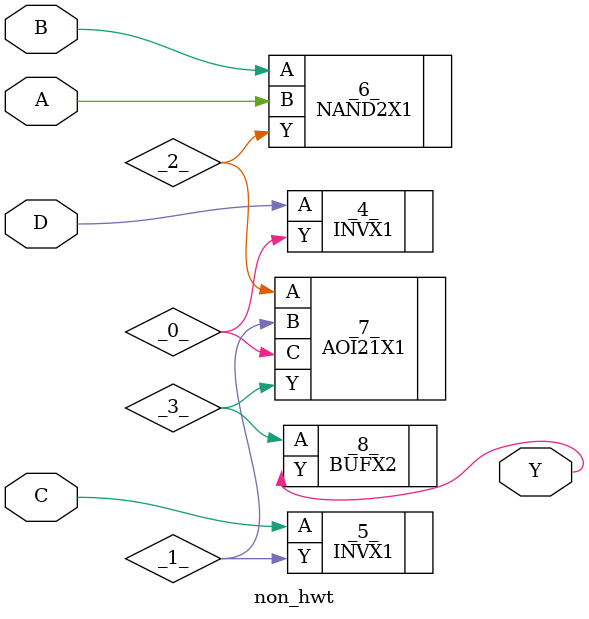
<source format=v>
/* Verilog module written by DEF2Verilog (qflow) */
module non_hwt (
    input A,
    input B,
    input C,
    input D,
    output Y
);

wire A ;
wire B ;
wire C ;
wire D ;
wire Y ;
wire _1_ ;
wire _3_ ;
wire _0_ ;
wire _2_ ;

AOI21X1 _7_ (
    .A(_2_),
    .B(_1_),
    .C(_0_),
    .Y(_3_)
);

INVX1 _4_ (
    .A(D),
    .Y(_0_)
);

NAND2X1 _6_ (
    .A(B),
    .B(A),
    .Y(_2_)
);

BUFX2 _8_ (
    .A(_3_),
    .Y(Y)
);

INVX1 _5_ (
    .A(C),
    .Y(_1_)
);

endmodule

</source>
